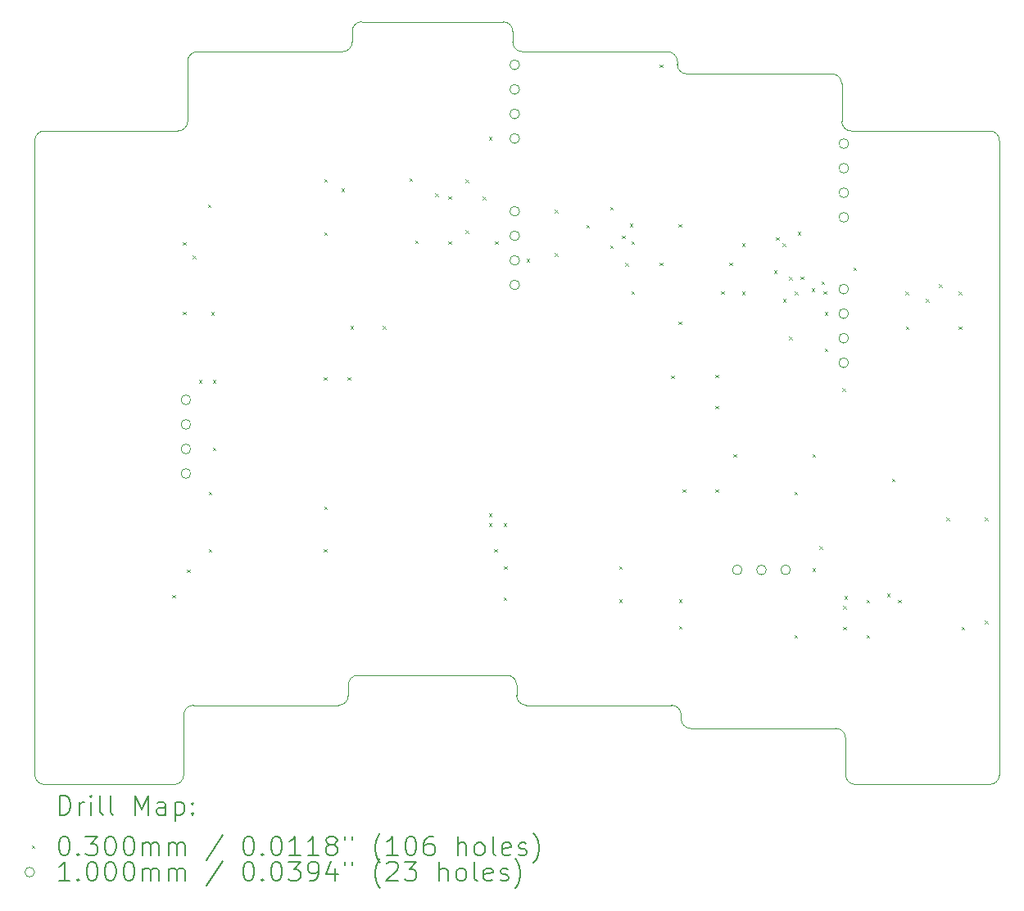
<source format=gbr>
%TF.GenerationSoftware,KiCad,Pcbnew,9.0.0*%
%TF.CreationDate,2025-03-30T21:57:49+09:00*%
%TF.ProjectId,nofy,6e6f6679-2e6b-4696-9361-645f70636258,rev?*%
%TF.SameCoordinates,Original*%
%TF.FileFunction,Drillmap*%
%TF.FilePolarity,Positive*%
%FSLAX45Y45*%
G04 Gerber Fmt 4.5, Leading zero omitted, Abs format (unit mm)*
G04 Created by KiCad (PCBNEW 9.0.0) date 2025-03-30 21:57:49*
%MOMM*%
%LPD*%
G01*
G04 APERTURE LIST*
%ADD10C,0.050000*%
%ADD11C,0.200000*%
%ADD12C,0.100000*%
G04 APERTURE END LIST*
D10*
X6810000Y-2180000D02*
G75*
G02*
X6710000Y-2080000I0J100000D01*
G01*
X8510000Y-2410000D02*
X10010000Y-2410000D01*
X6710000Y-1970000D02*
X6710000Y-2080000D01*
X1870000Y-3000000D02*
X3250000Y-2999999D01*
X1770000Y-3100000D02*
G75*
G02*
X1870000Y-3000000I100000J0D01*
G01*
X10250000Y-9760000D02*
G75*
G02*
X10150000Y-9660000I0J100000D01*
G01*
X1770000Y-9660000D02*
X1770000Y-3100000D01*
X5050000Y-2080000D02*
G75*
G02*
X4950000Y-2180000I-100000J0D01*
G01*
X11640000Y-3000000D02*
X10210000Y-3000000D01*
X3350000Y-2899999D02*
X3350000Y-2280000D01*
X6610000Y-1870000D02*
G75*
G02*
X6710000Y-1970000I0J-100000D01*
G01*
X11740000Y-3100000D02*
X11740000Y-9660000D01*
X8350000Y-8940000D02*
G75*
G02*
X8450000Y-9040000I0J-100000D01*
G01*
X5010000Y-8730000D02*
X5010000Y-8840000D01*
X5050000Y-2080000D02*
X5050000Y-1970000D01*
X5010000Y-8840000D02*
G75*
G02*
X4910000Y-8940000I-100000J0D01*
G01*
X8350000Y-8940000D02*
X6850000Y-8940000D01*
X8410000Y-2280000D02*
X8410000Y-2310000D01*
X5050000Y-1970000D02*
G75*
G02*
X5150000Y-1870000I100000J0D01*
G01*
X10110000Y-2510000D02*
X10110000Y-2899625D01*
X1870000Y-9760000D02*
G75*
G02*
X1770000Y-9660000I0J100000D01*
G01*
X6850000Y-8940000D02*
G75*
G02*
X6750000Y-8840000I0J100000D01*
G01*
X6650000Y-8630000D02*
X5110000Y-8630000D01*
X10050000Y-9180000D02*
G75*
G02*
X10150000Y-9280000I0J-100000D01*
G01*
X10210000Y-3000000D02*
G75*
G02*
X10110000Y-2900000I0J100000D01*
G01*
X6810000Y-2180000D02*
X8310000Y-2180000D01*
X8510000Y-2410000D02*
G75*
G02*
X8410000Y-2310000I0J100000D01*
G01*
X11640000Y-9760000D02*
X10250000Y-9760000D01*
X8550000Y-9180000D02*
G75*
G02*
X8450000Y-9080000I0J100000D01*
G01*
X3310000Y-9040000D02*
G75*
G02*
X3410000Y-8940000I100000J0D01*
G01*
X3310000Y-9040000D02*
X3310000Y-9660000D01*
X5150000Y-1870000D02*
X6610000Y-1870000D01*
X3350000Y-2899999D02*
G75*
G02*
X3250000Y-3000000I-100000J-1D01*
G01*
X10050000Y-9180000D02*
X8550000Y-9180000D01*
X6750000Y-8840000D02*
X6750000Y-8730000D01*
X3310000Y-9660000D02*
G75*
G02*
X3210000Y-9760000I-100000J0D01*
G01*
X4910000Y-8940000D02*
X3410000Y-8940000D01*
X10010000Y-2410000D02*
G75*
G02*
X10110000Y-2510000I0J-100000D01*
G01*
X8450000Y-9080000D02*
X8450000Y-9040000D01*
X5010000Y-8730000D02*
G75*
G02*
X5110000Y-8630000I100000J0D01*
G01*
X6650000Y-8630000D02*
G75*
G02*
X6750000Y-8730000I0J-100000D01*
G01*
X3350000Y-2280000D02*
G75*
G02*
X3450000Y-2180000I100000J0D01*
G01*
X8310000Y-2180000D02*
G75*
G02*
X8410000Y-2280000I0J-100000D01*
G01*
X10150000Y-9660000D02*
X10150000Y-9280000D01*
X3210000Y-9760000D02*
X1870000Y-9760000D01*
X3450000Y-2180000D02*
X4950000Y-2180000D01*
X11640000Y-3000000D02*
G75*
G02*
X11740000Y-3100000I0J-100000D01*
G01*
X11740000Y-9660000D02*
G75*
G02*
X11640000Y-9760000I-100000J0D01*
G01*
D11*
D12*
X3190000Y-7800000D02*
X3220000Y-7830000D01*
X3220000Y-7800000D02*
X3190000Y-7830000D01*
X3300000Y-4150000D02*
X3330000Y-4180000D01*
X3330000Y-4150000D02*
X3300000Y-4180000D01*
X3300000Y-4870000D02*
X3330000Y-4900000D01*
X3330000Y-4870000D02*
X3300000Y-4900000D01*
X3345000Y-7535000D02*
X3375000Y-7565000D01*
X3375000Y-7535000D02*
X3345000Y-7565000D01*
X3401890Y-4287250D02*
X3431890Y-4317250D01*
X3431890Y-4287250D02*
X3401890Y-4317250D01*
X3401890Y-4287250D02*
X3431890Y-4317250D01*
X3431890Y-4287250D02*
X3401890Y-4317250D01*
X3464820Y-5575590D02*
X3494820Y-5605590D01*
X3494820Y-5575590D02*
X3464820Y-5605590D01*
X3560000Y-3760000D02*
X3590000Y-3790000D01*
X3590000Y-3760000D02*
X3560000Y-3790000D01*
X3567960Y-6732280D02*
X3597960Y-6762280D01*
X3597960Y-6732280D02*
X3567960Y-6762280D01*
X3567960Y-7325000D02*
X3597960Y-7355000D01*
X3597960Y-7325000D02*
X3567960Y-7355000D01*
X3593390Y-4875000D02*
X3623390Y-4905000D01*
X3623390Y-4875000D02*
X3593390Y-4905000D01*
X3607970Y-5575590D02*
X3637970Y-5605590D01*
X3637970Y-5575590D02*
X3607970Y-5605590D01*
X3607970Y-6273500D02*
X3637970Y-6303500D01*
X3637970Y-6273500D02*
X3607970Y-6303500D01*
X4756840Y-5547440D02*
X4786840Y-5577440D01*
X4786840Y-5547440D02*
X4756840Y-5577440D01*
X4756840Y-7324700D02*
X4786840Y-7354700D01*
X4786840Y-7324700D02*
X4756840Y-7354700D01*
X4760000Y-3496430D02*
X4790000Y-3526430D01*
X4790000Y-3496430D02*
X4760000Y-3526430D01*
X4760000Y-4049070D02*
X4790000Y-4079070D01*
X4790000Y-4049070D02*
X4760000Y-4079070D01*
X4762350Y-6885670D02*
X4792350Y-6915670D01*
X4792350Y-6885670D02*
X4762350Y-6915670D01*
X4940000Y-3595000D02*
X4970000Y-3625000D01*
X4970000Y-3595000D02*
X4940000Y-3625000D01*
X5000000Y-5547440D02*
X5030000Y-5577440D01*
X5030000Y-5547440D02*
X5000000Y-5577440D01*
X5030000Y-5016560D02*
X5060000Y-5046560D01*
X5060000Y-5016560D02*
X5030000Y-5046560D01*
X5365880Y-5016560D02*
X5395880Y-5046560D01*
X5395880Y-5016560D02*
X5365880Y-5046560D01*
X5640920Y-3490330D02*
X5670920Y-3520330D01*
X5670920Y-3490330D02*
X5640920Y-3520330D01*
X5701110Y-4132810D02*
X5731110Y-4162810D01*
X5731110Y-4132810D02*
X5701110Y-4162810D01*
X5906410Y-3643430D02*
X5936410Y-3673430D01*
X5936410Y-3643430D02*
X5906410Y-3673430D01*
X6042030Y-3674790D02*
X6072030Y-3704790D01*
X6072030Y-3674790D02*
X6042030Y-3704790D01*
X6045000Y-4142380D02*
X6075000Y-4172380D01*
X6075000Y-4142380D02*
X6045000Y-4172380D01*
X6220000Y-3500880D02*
X6250000Y-3530880D01*
X6250000Y-3500880D02*
X6220000Y-3530880D01*
X6220000Y-4027760D02*
X6250000Y-4057760D01*
X6250000Y-4027760D02*
X6220000Y-4057760D01*
X6400170Y-3680000D02*
X6430170Y-3710000D01*
X6430170Y-3680000D02*
X6400170Y-3710000D01*
X6463120Y-3063000D02*
X6493120Y-3093000D01*
X6493120Y-3063000D02*
X6463120Y-3093000D01*
X6463120Y-6954340D02*
X6493120Y-6984340D01*
X6493120Y-6954340D02*
X6463120Y-6984340D01*
X6463120Y-7058300D02*
X6493120Y-7088300D01*
X6493120Y-7058300D02*
X6463120Y-7088300D01*
X6516750Y-7324700D02*
X6546750Y-7354700D01*
X6546750Y-7324700D02*
X6516750Y-7354700D01*
X6524720Y-4142380D02*
X6554720Y-4172380D01*
X6554720Y-4142380D02*
X6524720Y-4172380D01*
X6615000Y-7058300D02*
X6645000Y-7088300D01*
X6645000Y-7058300D02*
X6615000Y-7088300D01*
X6615000Y-7824570D02*
X6645000Y-7854570D01*
X6645000Y-7824570D02*
X6615000Y-7854570D01*
X6621610Y-7502890D02*
X6651610Y-7532890D01*
X6651610Y-7502890D02*
X6621610Y-7532890D01*
X6850460Y-4324020D02*
X6880460Y-4354020D01*
X6880460Y-4324020D02*
X6850460Y-4354020D01*
X7143000Y-3812370D02*
X7173000Y-3842370D01*
X7173000Y-3812370D02*
X7143000Y-3842370D01*
X7143000Y-4263850D02*
X7173000Y-4293850D01*
X7173000Y-4263850D02*
X7143000Y-4293850D01*
X7470170Y-3972890D02*
X7500170Y-4002890D01*
X7500170Y-3972890D02*
X7470170Y-4002890D01*
X7716010Y-4184670D02*
X7746010Y-4214670D01*
X7746010Y-4184670D02*
X7716010Y-4214670D01*
X7717330Y-3785960D02*
X7747330Y-3815960D01*
X7747330Y-3785960D02*
X7717330Y-3815960D01*
X7807660Y-7502890D02*
X7837660Y-7532890D01*
X7837660Y-7502890D02*
X7807660Y-7532890D01*
X7807660Y-7843760D02*
X7837660Y-7873760D01*
X7837660Y-7843760D02*
X7807660Y-7873760D01*
X7836840Y-4081660D02*
X7866840Y-4111660D01*
X7866840Y-4081660D02*
X7836840Y-4111660D01*
X7874330Y-4365660D02*
X7904330Y-4395660D01*
X7904330Y-4365660D02*
X7874330Y-4395660D01*
X7920000Y-3957430D02*
X7950000Y-3987430D01*
X7950000Y-3957430D02*
X7920000Y-3987430D01*
X7935990Y-4141830D02*
X7965990Y-4171830D01*
X7965990Y-4141830D02*
X7935990Y-4171830D01*
X7935990Y-4658810D02*
X7965990Y-4688810D01*
X7965990Y-4658810D02*
X7935990Y-4688810D01*
X8230320Y-2312110D02*
X8260320Y-2342110D01*
X8260320Y-2312110D02*
X8230320Y-2342110D01*
X8230320Y-4361000D02*
X8260320Y-4391000D01*
X8260320Y-4361000D02*
X8230320Y-4391000D01*
X8345870Y-5530510D02*
X8375870Y-5560510D01*
X8375870Y-5530510D02*
X8345870Y-5560510D01*
X8422850Y-3963770D02*
X8452850Y-3993770D01*
X8452850Y-3963770D02*
X8422850Y-3993770D01*
X8422850Y-4971030D02*
X8452850Y-5001030D01*
X8452850Y-4971030D02*
X8422850Y-5001030D01*
X8426110Y-7843760D02*
X8456110Y-7873760D01*
X8456110Y-7843760D02*
X8426110Y-7873760D01*
X8427440Y-8121860D02*
X8457440Y-8151860D01*
X8457440Y-8121860D02*
X8427440Y-8151860D01*
X8467230Y-6707090D02*
X8497230Y-6737090D01*
X8497230Y-6707090D02*
X8467230Y-6737090D01*
X8804160Y-5520730D02*
X8834160Y-5550730D01*
X8834160Y-5520730D02*
X8804160Y-5550730D01*
X8804160Y-5843650D02*
X8834160Y-5873650D01*
X8834160Y-5843650D02*
X8804160Y-5873650D01*
X8804160Y-6707090D02*
X8834160Y-6737090D01*
X8834160Y-6707090D02*
X8804160Y-6737090D01*
X8862540Y-4658810D02*
X8892540Y-4688810D01*
X8892540Y-4658810D02*
X8862540Y-4688810D01*
X8949960Y-4361000D02*
X8979960Y-4391000D01*
X8979960Y-4361000D02*
X8949960Y-4391000D01*
X8991760Y-6341480D02*
X9021760Y-6371480D01*
X9021760Y-6341480D02*
X8991760Y-6371480D01*
X9079690Y-4661700D02*
X9109690Y-4691700D01*
X9109690Y-4661700D02*
X9079690Y-4691700D01*
X9080000Y-4159770D02*
X9110000Y-4189770D01*
X9110000Y-4159770D02*
X9080000Y-4189770D01*
X9407510Y-4440800D02*
X9437510Y-4470800D01*
X9437510Y-4440800D02*
X9407510Y-4470800D01*
X9429620Y-4099590D02*
X9459620Y-4129590D01*
X9459620Y-4099590D02*
X9429620Y-4129590D01*
X9497120Y-4159770D02*
X9527120Y-4189770D01*
X9527120Y-4159770D02*
X9497120Y-4189770D01*
X9503120Y-4738660D02*
X9533120Y-4768660D01*
X9533120Y-4738660D02*
X9503120Y-4768660D01*
X9563830Y-4509100D02*
X9593830Y-4539100D01*
X9593830Y-4509100D02*
X9563830Y-4539100D01*
X9563830Y-5129000D02*
X9593830Y-5159000D01*
X9593830Y-5129000D02*
X9563830Y-5159000D01*
X9620000Y-6732280D02*
X9650000Y-6762280D01*
X9650000Y-6732280D02*
X9620000Y-6762280D01*
X9620000Y-8213330D02*
X9650000Y-8243330D01*
X9650000Y-8213330D02*
X9620000Y-8243330D01*
X9625090Y-4661700D02*
X9655090Y-4691700D01*
X9655090Y-4661700D02*
X9625090Y-4691700D01*
X9652970Y-4042330D02*
X9682970Y-4072330D01*
X9682970Y-4042330D02*
X9652970Y-4072330D01*
X9683590Y-4503420D02*
X9713590Y-4533420D01*
X9713590Y-4503420D02*
X9683590Y-4533420D01*
X9800500Y-4627350D02*
X9830500Y-4657350D01*
X9830500Y-4627350D02*
X9800500Y-4657350D01*
X9806630Y-6341480D02*
X9836630Y-6371480D01*
X9836630Y-6341480D02*
X9806630Y-6371480D01*
X9806630Y-7525000D02*
X9836630Y-7555000D01*
X9836630Y-7525000D02*
X9806630Y-7555000D01*
X9877780Y-7293300D02*
X9907780Y-7323300D01*
X9907780Y-7293300D02*
X9877780Y-7323300D01*
X9902090Y-4556690D02*
X9932090Y-4586690D01*
X9932090Y-4556690D02*
X9902090Y-4586690D01*
X9919290Y-4658970D02*
X9949290Y-4688970D01*
X9949290Y-4658970D02*
X9919290Y-4688970D01*
X9933670Y-4875000D02*
X9963670Y-4905000D01*
X9963670Y-4875000D02*
X9933670Y-4905000D01*
X9933670Y-5251230D02*
X9963670Y-5281230D01*
X9963670Y-5251230D02*
X9933670Y-5281230D01*
X10115000Y-5659320D02*
X10145000Y-5689320D01*
X10145000Y-5659320D02*
X10115000Y-5689320D01*
X10125700Y-7910980D02*
X10155700Y-7940980D01*
X10155700Y-7910980D02*
X10125700Y-7940980D01*
X10125700Y-8128140D02*
X10155700Y-8158140D01*
X10155700Y-8128140D02*
X10125700Y-8158140D01*
X10136920Y-7810570D02*
X10166920Y-7840570D01*
X10166920Y-7810570D02*
X10136920Y-7840570D01*
X10231180Y-4410860D02*
X10261180Y-4440860D01*
X10261180Y-4410860D02*
X10231180Y-4440860D01*
X10364160Y-7849510D02*
X10394160Y-7879510D01*
X10394160Y-7849510D02*
X10364160Y-7879510D01*
X10364160Y-8213330D02*
X10394160Y-8243330D01*
X10394160Y-8213330D02*
X10364160Y-8243330D01*
X10579200Y-7786530D02*
X10609200Y-7816530D01*
X10609200Y-7786530D02*
X10579200Y-7816530D01*
X10630000Y-6595000D02*
X10660000Y-6625000D01*
X10660000Y-6595000D02*
X10630000Y-6625000D01*
X10694050Y-7849510D02*
X10724050Y-7879510D01*
X10724050Y-7849510D02*
X10694050Y-7879510D01*
X10770000Y-4660410D02*
X10800000Y-4690410D01*
X10800000Y-4660410D02*
X10770000Y-4690410D01*
X10772660Y-5020000D02*
X10802660Y-5050000D01*
X10802660Y-5020000D02*
X10772660Y-5050000D01*
X10978190Y-4738660D02*
X11008190Y-4768660D01*
X11008190Y-4738660D02*
X10978190Y-4768660D01*
X11115000Y-4586100D02*
X11145000Y-4616100D01*
X11145000Y-4586100D02*
X11115000Y-4616100D01*
X11191740Y-6999620D02*
X11221740Y-7029620D01*
X11221740Y-6999620D02*
X11191740Y-7029620D01*
X11320000Y-4660410D02*
X11350000Y-4690410D01*
X11350000Y-4660410D02*
X11320000Y-4690410D01*
X11320000Y-5020000D02*
X11350000Y-5050000D01*
X11350000Y-5020000D02*
X11320000Y-5050000D01*
X11346200Y-8128140D02*
X11376200Y-8158140D01*
X11376200Y-8128140D02*
X11346200Y-8158140D01*
X11588180Y-6999620D02*
X11618180Y-7029620D01*
X11618180Y-6999620D02*
X11588180Y-7029620D01*
X11588180Y-8062950D02*
X11618180Y-8092950D01*
X11618180Y-8062950D02*
X11588180Y-8092950D01*
X3381500Y-5780500D02*
G75*
G02*
X3281500Y-5780500I-50000J0D01*
G01*
X3281500Y-5780500D02*
G75*
G02*
X3381500Y-5780500I50000J0D01*
G01*
X3381500Y-6034500D02*
G75*
G02*
X3281500Y-6034500I-50000J0D01*
G01*
X3281500Y-6034500D02*
G75*
G02*
X3381500Y-6034500I50000J0D01*
G01*
X3381500Y-6288500D02*
G75*
G02*
X3281500Y-6288500I-50000J0D01*
G01*
X3281500Y-6288500D02*
G75*
G02*
X3381500Y-6288500I50000J0D01*
G01*
X3381500Y-6542500D02*
G75*
G02*
X3281500Y-6542500I-50000J0D01*
G01*
X3281500Y-6542500D02*
G75*
G02*
X3381500Y-6542500I50000J0D01*
G01*
X6780000Y-2316000D02*
G75*
G02*
X6680000Y-2316000I-50000J0D01*
G01*
X6680000Y-2316000D02*
G75*
G02*
X6780000Y-2316000I50000J0D01*
G01*
X6780000Y-2570000D02*
G75*
G02*
X6680000Y-2570000I-50000J0D01*
G01*
X6680000Y-2570000D02*
G75*
G02*
X6780000Y-2570000I50000J0D01*
G01*
X6780000Y-2824000D02*
G75*
G02*
X6680000Y-2824000I-50000J0D01*
G01*
X6680000Y-2824000D02*
G75*
G02*
X6780000Y-2824000I50000J0D01*
G01*
X6780000Y-3078000D02*
G75*
G02*
X6680000Y-3078000I-50000J0D01*
G01*
X6680000Y-3078000D02*
G75*
G02*
X6780000Y-3078000I50000J0D01*
G01*
X6780000Y-3830500D02*
G75*
G02*
X6680000Y-3830500I-50000J0D01*
G01*
X6680000Y-3830500D02*
G75*
G02*
X6780000Y-3830500I50000J0D01*
G01*
X6780000Y-4084500D02*
G75*
G02*
X6680000Y-4084500I-50000J0D01*
G01*
X6680000Y-4084500D02*
G75*
G02*
X6780000Y-4084500I50000J0D01*
G01*
X6780000Y-4338500D02*
G75*
G02*
X6680000Y-4338500I-50000J0D01*
G01*
X6680000Y-4338500D02*
G75*
G02*
X6780000Y-4338500I50000J0D01*
G01*
X6780000Y-4592500D02*
G75*
G02*
X6680000Y-4592500I-50000J0D01*
G01*
X6680000Y-4592500D02*
G75*
G02*
X6780000Y-4592500I50000J0D01*
G01*
X9080000Y-7540000D02*
G75*
G02*
X8980000Y-7540000I-50000J0D01*
G01*
X8980000Y-7540000D02*
G75*
G02*
X9080000Y-7540000I50000J0D01*
G01*
X9330000Y-7540000D02*
G75*
G02*
X9230000Y-7540000I-50000J0D01*
G01*
X9230000Y-7540000D02*
G75*
G02*
X9330000Y-7540000I50000J0D01*
G01*
X9580000Y-7540000D02*
G75*
G02*
X9480000Y-7540000I-50000J0D01*
G01*
X9480000Y-7540000D02*
G75*
G02*
X9580000Y-7540000I50000J0D01*
G01*
X10180000Y-4636000D02*
G75*
G02*
X10080000Y-4636000I-50000J0D01*
G01*
X10080000Y-4636000D02*
G75*
G02*
X10180000Y-4636000I50000J0D01*
G01*
X10180000Y-4890000D02*
G75*
G02*
X10080000Y-4890000I-50000J0D01*
G01*
X10080000Y-4890000D02*
G75*
G02*
X10180000Y-4890000I50000J0D01*
G01*
X10180000Y-5144000D02*
G75*
G02*
X10080000Y-5144000I-50000J0D01*
G01*
X10080000Y-5144000D02*
G75*
G02*
X10180000Y-5144000I50000J0D01*
G01*
X10180000Y-5398000D02*
G75*
G02*
X10080000Y-5398000I-50000J0D01*
G01*
X10080000Y-5398000D02*
G75*
G02*
X10180000Y-5398000I50000J0D01*
G01*
X10181500Y-3130500D02*
G75*
G02*
X10081500Y-3130500I-50000J0D01*
G01*
X10081500Y-3130500D02*
G75*
G02*
X10181500Y-3130500I50000J0D01*
G01*
X10181500Y-3384500D02*
G75*
G02*
X10081500Y-3384500I-50000J0D01*
G01*
X10081500Y-3384500D02*
G75*
G02*
X10181500Y-3384500I50000J0D01*
G01*
X10181500Y-3638500D02*
G75*
G02*
X10081500Y-3638500I-50000J0D01*
G01*
X10081500Y-3638500D02*
G75*
G02*
X10181500Y-3638500I50000J0D01*
G01*
X10181500Y-3892500D02*
G75*
G02*
X10081500Y-3892500I-50000J0D01*
G01*
X10081500Y-3892500D02*
G75*
G02*
X10181500Y-3892500I50000J0D01*
G01*
D11*
X2028277Y-10073984D02*
X2028277Y-9873984D01*
X2028277Y-9873984D02*
X2075896Y-9873984D01*
X2075896Y-9873984D02*
X2104467Y-9883508D01*
X2104467Y-9883508D02*
X2123515Y-9902555D01*
X2123515Y-9902555D02*
X2133039Y-9921603D01*
X2133039Y-9921603D02*
X2142563Y-9959698D01*
X2142563Y-9959698D02*
X2142563Y-9988270D01*
X2142563Y-9988270D02*
X2133039Y-10026365D01*
X2133039Y-10026365D02*
X2123515Y-10045412D01*
X2123515Y-10045412D02*
X2104467Y-10064460D01*
X2104467Y-10064460D02*
X2075896Y-10073984D01*
X2075896Y-10073984D02*
X2028277Y-10073984D01*
X2228277Y-10073984D02*
X2228277Y-9940650D01*
X2228277Y-9978746D02*
X2237801Y-9959698D01*
X2237801Y-9959698D02*
X2247324Y-9950174D01*
X2247324Y-9950174D02*
X2266372Y-9940650D01*
X2266372Y-9940650D02*
X2285420Y-9940650D01*
X2352086Y-10073984D02*
X2352086Y-9940650D01*
X2352086Y-9873984D02*
X2342563Y-9883508D01*
X2342563Y-9883508D02*
X2352086Y-9893031D01*
X2352086Y-9893031D02*
X2361610Y-9883508D01*
X2361610Y-9883508D02*
X2352086Y-9873984D01*
X2352086Y-9873984D02*
X2352086Y-9893031D01*
X2475896Y-10073984D02*
X2456848Y-10064460D01*
X2456848Y-10064460D02*
X2447324Y-10045412D01*
X2447324Y-10045412D02*
X2447324Y-9873984D01*
X2580658Y-10073984D02*
X2561610Y-10064460D01*
X2561610Y-10064460D02*
X2552086Y-10045412D01*
X2552086Y-10045412D02*
X2552086Y-9873984D01*
X2809229Y-10073984D02*
X2809229Y-9873984D01*
X2809229Y-9873984D02*
X2875896Y-10016841D01*
X2875896Y-10016841D02*
X2942562Y-9873984D01*
X2942562Y-9873984D02*
X2942562Y-10073984D01*
X3123515Y-10073984D02*
X3123515Y-9969222D01*
X3123515Y-9969222D02*
X3113991Y-9950174D01*
X3113991Y-9950174D02*
X3094943Y-9940650D01*
X3094943Y-9940650D02*
X3056848Y-9940650D01*
X3056848Y-9940650D02*
X3037801Y-9950174D01*
X3123515Y-10064460D02*
X3104467Y-10073984D01*
X3104467Y-10073984D02*
X3056848Y-10073984D01*
X3056848Y-10073984D02*
X3037801Y-10064460D01*
X3037801Y-10064460D02*
X3028277Y-10045412D01*
X3028277Y-10045412D02*
X3028277Y-10026365D01*
X3028277Y-10026365D02*
X3037801Y-10007317D01*
X3037801Y-10007317D02*
X3056848Y-9997793D01*
X3056848Y-9997793D02*
X3104467Y-9997793D01*
X3104467Y-9997793D02*
X3123515Y-9988270D01*
X3218753Y-9940650D02*
X3218753Y-10140650D01*
X3218753Y-9950174D02*
X3237801Y-9940650D01*
X3237801Y-9940650D02*
X3275896Y-9940650D01*
X3275896Y-9940650D02*
X3294943Y-9950174D01*
X3294943Y-9950174D02*
X3304467Y-9959698D01*
X3304467Y-9959698D02*
X3313991Y-9978746D01*
X3313991Y-9978746D02*
X3313991Y-10035889D01*
X3313991Y-10035889D02*
X3304467Y-10054936D01*
X3304467Y-10054936D02*
X3294943Y-10064460D01*
X3294943Y-10064460D02*
X3275896Y-10073984D01*
X3275896Y-10073984D02*
X3237801Y-10073984D01*
X3237801Y-10073984D02*
X3218753Y-10064460D01*
X3399705Y-10054936D02*
X3409229Y-10064460D01*
X3409229Y-10064460D02*
X3399705Y-10073984D01*
X3399705Y-10073984D02*
X3390182Y-10064460D01*
X3390182Y-10064460D02*
X3399705Y-10054936D01*
X3399705Y-10054936D02*
X3399705Y-10073984D01*
X3399705Y-9950174D02*
X3409229Y-9959698D01*
X3409229Y-9959698D02*
X3399705Y-9969222D01*
X3399705Y-9969222D02*
X3390182Y-9959698D01*
X3390182Y-9959698D02*
X3399705Y-9950174D01*
X3399705Y-9950174D02*
X3399705Y-9969222D01*
D12*
X1737500Y-10387500D02*
X1767500Y-10417500D01*
X1767500Y-10387500D02*
X1737500Y-10417500D01*
D11*
X2066372Y-10293984D02*
X2085420Y-10293984D01*
X2085420Y-10293984D02*
X2104467Y-10303508D01*
X2104467Y-10303508D02*
X2113991Y-10313031D01*
X2113991Y-10313031D02*
X2123515Y-10332079D01*
X2123515Y-10332079D02*
X2133039Y-10370174D01*
X2133039Y-10370174D02*
X2133039Y-10417793D01*
X2133039Y-10417793D02*
X2123515Y-10455889D01*
X2123515Y-10455889D02*
X2113991Y-10474936D01*
X2113991Y-10474936D02*
X2104467Y-10484460D01*
X2104467Y-10484460D02*
X2085420Y-10493984D01*
X2085420Y-10493984D02*
X2066372Y-10493984D01*
X2066372Y-10493984D02*
X2047324Y-10484460D01*
X2047324Y-10484460D02*
X2037801Y-10474936D01*
X2037801Y-10474936D02*
X2028277Y-10455889D01*
X2028277Y-10455889D02*
X2018753Y-10417793D01*
X2018753Y-10417793D02*
X2018753Y-10370174D01*
X2018753Y-10370174D02*
X2028277Y-10332079D01*
X2028277Y-10332079D02*
X2037801Y-10313031D01*
X2037801Y-10313031D02*
X2047324Y-10303508D01*
X2047324Y-10303508D02*
X2066372Y-10293984D01*
X2218753Y-10474936D02*
X2228277Y-10484460D01*
X2228277Y-10484460D02*
X2218753Y-10493984D01*
X2218753Y-10493984D02*
X2209229Y-10484460D01*
X2209229Y-10484460D02*
X2218753Y-10474936D01*
X2218753Y-10474936D02*
X2218753Y-10493984D01*
X2294944Y-10293984D02*
X2418753Y-10293984D01*
X2418753Y-10293984D02*
X2352086Y-10370174D01*
X2352086Y-10370174D02*
X2380658Y-10370174D01*
X2380658Y-10370174D02*
X2399705Y-10379698D01*
X2399705Y-10379698D02*
X2409229Y-10389222D01*
X2409229Y-10389222D02*
X2418753Y-10408270D01*
X2418753Y-10408270D02*
X2418753Y-10455889D01*
X2418753Y-10455889D02*
X2409229Y-10474936D01*
X2409229Y-10474936D02*
X2399705Y-10484460D01*
X2399705Y-10484460D02*
X2380658Y-10493984D01*
X2380658Y-10493984D02*
X2323515Y-10493984D01*
X2323515Y-10493984D02*
X2304467Y-10484460D01*
X2304467Y-10484460D02*
X2294944Y-10474936D01*
X2542563Y-10293984D02*
X2561610Y-10293984D01*
X2561610Y-10293984D02*
X2580658Y-10303508D01*
X2580658Y-10303508D02*
X2590182Y-10313031D01*
X2590182Y-10313031D02*
X2599705Y-10332079D01*
X2599705Y-10332079D02*
X2609229Y-10370174D01*
X2609229Y-10370174D02*
X2609229Y-10417793D01*
X2609229Y-10417793D02*
X2599705Y-10455889D01*
X2599705Y-10455889D02*
X2590182Y-10474936D01*
X2590182Y-10474936D02*
X2580658Y-10484460D01*
X2580658Y-10484460D02*
X2561610Y-10493984D01*
X2561610Y-10493984D02*
X2542563Y-10493984D01*
X2542563Y-10493984D02*
X2523515Y-10484460D01*
X2523515Y-10484460D02*
X2513991Y-10474936D01*
X2513991Y-10474936D02*
X2504467Y-10455889D01*
X2504467Y-10455889D02*
X2494944Y-10417793D01*
X2494944Y-10417793D02*
X2494944Y-10370174D01*
X2494944Y-10370174D02*
X2504467Y-10332079D01*
X2504467Y-10332079D02*
X2513991Y-10313031D01*
X2513991Y-10313031D02*
X2523515Y-10303508D01*
X2523515Y-10303508D02*
X2542563Y-10293984D01*
X2733039Y-10293984D02*
X2752086Y-10293984D01*
X2752086Y-10293984D02*
X2771134Y-10303508D01*
X2771134Y-10303508D02*
X2780658Y-10313031D01*
X2780658Y-10313031D02*
X2790182Y-10332079D01*
X2790182Y-10332079D02*
X2799705Y-10370174D01*
X2799705Y-10370174D02*
X2799705Y-10417793D01*
X2799705Y-10417793D02*
X2790182Y-10455889D01*
X2790182Y-10455889D02*
X2780658Y-10474936D01*
X2780658Y-10474936D02*
X2771134Y-10484460D01*
X2771134Y-10484460D02*
X2752086Y-10493984D01*
X2752086Y-10493984D02*
X2733039Y-10493984D01*
X2733039Y-10493984D02*
X2713991Y-10484460D01*
X2713991Y-10484460D02*
X2704467Y-10474936D01*
X2704467Y-10474936D02*
X2694944Y-10455889D01*
X2694944Y-10455889D02*
X2685420Y-10417793D01*
X2685420Y-10417793D02*
X2685420Y-10370174D01*
X2685420Y-10370174D02*
X2694944Y-10332079D01*
X2694944Y-10332079D02*
X2704467Y-10313031D01*
X2704467Y-10313031D02*
X2713991Y-10303508D01*
X2713991Y-10303508D02*
X2733039Y-10293984D01*
X2885420Y-10493984D02*
X2885420Y-10360650D01*
X2885420Y-10379698D02*
X2894943Y-10370174D01*
X2894943Y-10370174D02*
X2913991Y-10360650D01*
X2913991Y-10360650D02*
X2942563Y-10360650D01*
X2942563Y-10360650D02*
X2961610Y-10370174D01*
X2961610Y-10370174D02*
X2971134Y-10389222D01*
X2971134Y-10389222D02*
X2971134Y-10493984D01*
X2971134Y-10389222D02*
X2980658Y-10370174D01*
X2980658Y-10370174D02*
X2999705Y-10360650D01*
X2999705Y-10360650D02*
X3028277Y-10360650D01*
X3028277Y-10360650D02*
X3047324Y-10370174D01*
X3047324Y-10370174D02*
X3056848Y-10389222D01*
X3056848Y-10389222D02*
X3056848Y-10493984D01*
X3152086Y-10493984D02*
X3152086Y-10360650D01*
X3152086Y-10379698D02*
X3161610Y-10370174D01*
X3161610Y-10370174D02*
X3180658Y-10360650D01*
X3180658Y-10360650D02*
X3209229Y-10360650D01*
X3209229Y-10360650D02*
X3228277Y-10370174D01*
X3228277Y-10370174D02*
X3237801Y-10389222D01*
X3237801Y-10389222D02*
X3237801Y-10493984D01*
X3237801Y-10389222D02*
X3247324Y-10370174D01*
X3247324Y-10370174D02*
X3266372Y-10360650D01*
X3266372Y-10360650D02*
X3294943Y-10360650D01*
X3294943Y-10360650D02*
X3313991Y-10370174D01*
X3313991Y-10370174D02*
X3323515Y-10389222D01*
X3323515Y-10389222D02*
X3323515Y-10493984D01*
X3713991Y-10284460D02*
X3542563Y-10541603D01*
X3971134Y-10293984D02*
X3990182Y-10293984D01*
X3990182Y-10293984D02*
X4009229Y-10303508D01*
X4009229Y-10303508D02*
X4018753Y-10313031D01*
X4018753Y-10313031D02*
X4028277Y-10332079D01*
X4028277Y-10332079D02*
X4037801Y-10370174D01*
X4037801Y-10370174D02*
X4037801Y-10417793D01*
X4037801Y-10417793D02*
X4028277Y-10455889D01*
X4028277Y-10455889D02*
X4018753Y-10474936D01*
X4018753Y-10474936D02*
X4009229Y-10484460D01*
X4009229Y-10484460D02*
X3990182Y-10493984D01*
X3990182Y-10493984D02*
X3971134Y-10493984D01*
X3971134Y-10493984D02*
X3952086Y-10484460D01*
X3952086Y-10484460D02*
X3942563Y-10474936D01*
X3942563Y-10474936D02*
X3933039Y-10455889D01*
X3933039Y-10455889D02*
X3923515Y-10417793D01*
X3923515Y-10417793D02*
X3923515Y-10370174D01*
X3923515Y-10370174D02*
X3933039Y-10332079D01*
X3933039Y-10332079D02*
X3942563Y-10313031D01*
X3942563Y-10313031D02*
X3952086Y-10303508D01*
X3952086Y-10303508D02*
X3971134Y-10293984D01*
X4123515Y-10474936D02*
X4133039Y-10484460D01*
X4133039Y-10484460D02*
X4123515Y-10493984D01*
X4123515Y-10493984D02*
X4113991Y-10484460D01*
X4113991Y-10484460D02*
X4123515Y-10474936D01*
X4123515Y-10474936D02*
X4123515Y-10493984D01*
X4256848Y-10293984D02*
X4275896Y-10293984D01*
X4275896Y-10293984D02*
X4294944Y-10303508D01*
X4294944Y-10303508D02*
X4304468Y-10313031D01*
X4304468Y-10313031D02*
X4313991Y-10332079D01*
X4313991Y-10332079D02*
X4323515Y-10370174D01*
X4323515Y-10370174D02*
X4323515Y-10417793D01*
X4323515Y-10417793D02*
X4313991Y-10455889D01*
X4313991Y-10455889D02*
X4304468Y-10474936D01*
X4304468Y-10474936D02*
X4294944Y-10484460D01*
X4294944Y-10484460D02*
X4275896Y-10493984D01*
X4275896Y-10493984D02*
X4256848Y-10493984D01*
X4256848Y-10493984D02*
X4237801Y-10484460D01*
X4237801Y-10484460D02*
X4228277Y-10474936D01*
X4228277Y-10474936D02*
X4218753Y-10455889D01*
X4218753Y-10455889D02*
X4209229Y-10417793D01*
X4209229Y-10417793D02*
X4209229Y-10370174D01*
X4209229Y-10370174D02*
X4218753Y-10332079D01*
X4218753Y-10332079D02*
X4228277Y-10313031D01*
X4228277Y-10313031D02*
X4237801Y-10303508D01*
X4237801Y-10303508D02*
X4256848Y-10293984D01*
X4513991Y-10493984D02*
X4399706Y-10493984D01*
X4456848Y-10493984D02*
X4456848Y-10293984D01*
X4456848Y-10293984D02*
X4437801Y-10322555D01*
X4437801Y-10322555D02*
X4418753Y-10341603D01*
X4418753Y-10341603D02*
X4399706Y-10351127D01*
X4704468Y-10493984D02*
X4590182Y-10493984D01*
X4647325Y-10493984D02*
X4647325Y-10293984D01*
X4647325Y-10293984D02*
X4628277Y-10322555D01*
X4628277Y-10322555D02*
X4609229Y-10341603D01*
X4609229Y-10341603D02*
X4590182Y-10351127D01*
X4818753Y-10379698D02*
X4799706Y-10370174D01*
X4799706Y-10370174D02*
X4790182Y-10360650D01*
X4790182Y-10360650D02*
X4780658Y-10341603D01*
X4780658Y-10341603D02*
X4780658Y-10332079D01*
X4780658Y-10332079D02*
X4790182Y-10313031D01*
X4790182Y-10313031D02*
X4799706Y-10303508D01*
X4799706Y-10303508D02*
X4818753Y-10293984D01*
X4818753Y-10293984D02*
X4856849Y-10293984D01*
X4856849Y-10293984D02*
X4875896Y-10303508D01*
X4875896Y-10303508D02*
X4885420Y-10313031D01*
X4885420Y-10313031D02*
X4894944Y-10332079D01*
X4894944Y-10332079D02*
X4894944Y-10341603D01*
X4894944Y-10341603D02*
X4885420Y-10360650D01*
X4885420Y-10360650D02*
X4875896Y-10370174D01*
X4875896Y-10370174D02*
X4856849Y-10379698D01*
X4856849Y-10379698D02*
X4818753Y-10379698D01*
X4818753Y-10379698D02*
X4799706Y-10389222D01*
X4799706Y-10389222D02*
X4790182Y-10398746D01*
X4790182Y-10398746D02*
X4780658Y-10417793D01*
X4780658Y-10417793D02*
X4780658Y-10455889D01*
X4780658Y-10455889D02*
X4790182Y-10474936D01*
X4790182Y-10474936D02*
X4799706Y-10484460D01*
X4799706Y-10484460D02*
X4818753Y-10493984D01*
X4818753Y-10493984D02*
X4856849Y-10493984D01*
X4856849Y-10493984D02*
X4875896Y-10484460D01*
X4875896Y-10484460D02*
X4885420Y-10474936D01*
X4885420Y-10474936D02*
X4894944Y-10455889D01*
X4894944Y-10455889D02*
X4894944Y-10417793D01*
X4894944Y-10417793D02*
X4885420Y-10398746D01*
X4885420Y-10398746D02*
X4875896Y-10389222D01*
X4875896Y-10389222D02*
X4856849Y-10379698D01*
X4971134Y-10293984D02*
X4971134Y-10332079D01*
X5047325Y-10293984D02*
X5047325Y-10332079D01*
X5342563Y-10570174D02*
X5333039Y-10560650D01*
X5333039Y-10560650D02*
X5313991Y-10532079D01*
X5313991Y-10532079D02*
X5304468Y-10513031D01*
X5304468Y-10513031D02*
X5294944Y-10484460D01*
X5294944Y-10484460D02*
X5285420Y-10436841D01*
X5285420Y-10436841D02*
X5285420Y-10398746D01*
X5285420Y-10398746D02*
X5294944Y-10351127D01*
X5294944Y-10351127D02*
X5304468Y-10322555D01*
X5304468Y-10322555D02*
X5313991Y-10303508D01*
X5313991Y-10303508D02*
X5333039Y-10274936D01*
X5333039Y-10274936D02*
X5342563Y-10265412D01*
X5523515Y-10493984D02*
X5409230Y-10493984D01*
X5466372Y-10493984D02*
X5466372Y-10293984D01*
X5466372Y-10293984D02*
X5447325Y-10322555D01*
X5447325Y-10322555D02*
X5428277Y-10341603D01*
X5428277Y-10341603D02*
X5409230Y-10351127D01*
X5647325Y-10293984D02*
X5666372Y-10293984D01*
X5666372Y-10293984D02*
X5685420Y-10303508D01*
X5685420Y-10303508D02*
X5694944Y-10313031D01*
X5694944Y-10313031D02*
X5704468Y-10332079D01*
X5704468Y-10332079D02*
X5713991Y-10370174D01*
X5713991Y-10370174D02*
X5713991Y-10417793D01*
X5713991Y-10417793D02*
X5704468Y-10455889D01*
X5704468Y-10455889D02*
X5694944Y-10474936D01*
X5694944Y-10474936D02*
X5685420Y-10484460D01*
X5685420Y-10484460D02*
X5666372Y-10493984D01*
X5666372Y-10493984D02*
X5647325Y-10493984D01*
X5647325Y-10493984D02*
X5628277Y-10484460D01*
X5628277Y-10484460D02*
X5618753Y-10474936D01*
X5618753Y-10474936D02*
X5609229Y-10455889D01*
X5609229Y-10455889D02*
X5599706Y-10417793D01*
X5599706Y-10417793D02*
X5599706Y-10370174D01*
X5599706Y-10370174D02*
X5609229Y-10332079D01*
X5609229Y-10332079D02*
X5618753Y-10313031D01*
X5618753Y-10313031D02*
X5628277Y-10303508D01*
X5628277Y-10303508D02*
X5647325Y-10293984D01*
X5885420Y-10293984D02*
X5847325Y-10293984D01*
X5847325Y-10293984D02*
X5828277Y-10303508D01*
X5828277Y-10303508D02*
X5818753Y-10313031D01*
X5818753Y-10313031D02*
X5799706Y-10341603D01*
X5799706Y-10341603D02*
X5790182Y-10379698D01*
X5790182Y-10379698D02*
X5790182Y-10455889D01*
X5790182Y-10455889D02*
X5799706Y-10474936D01*
X5799706Y-10474936D02*
X5809229Y-10484460D01*
X5809229Y-10484460D02*
X5828277Y-10493984D01*
X5828277Y-10493984D02*
X5866372Y-10493984D01*
X5866372Y-10493984D02*
X5885420Y-10484460D01*
X5885420Y-10484460D02*
X5894944Y-10474936D01*
X5894944Y-10474936D02*
X5904468Y-10455889D01*
X5904468Y-10455889D02*
X5904468Y-10408270D01*
X5904468Y-10408270D02*
X5894944Y-10389222D01*
X5894944Y-10389222D02*
X5885420Y-10379698D01*
X5885420Y-10379698D02*
X5866372Y-10370174D01*
X5866372Y-10370174D02*
X5828277Y-10370174D01*
X5828277Y-10370174D02*
X5809229Y-10379698D01*
X5809229Y-10379698D02*
X5799706Y-10389222D01*
X5799706Y-10389222D02*
X5790182Y-10408270D01*
X6142563Y-10493984D02*
X6142563Y-10293984D01*
X6228277Y-10493984D02*
X6228277Y-10389222D01*
X6228277Y-10389222D02*
X6218753Y-10370174D01*
X6218753Y-10370174D02*
X6199706Y-10360650D01*
X6199706Y-10360650D02*
X6171134Y-10360650D01*
X6171134Y-10360650D02*
X6152087Y-10370174D01*
X6152087Y-10370174D02*
X6142563Y-10379698D01*
X6352087Y-10493984D02*
X6333039Y-10484460D01*
X6333039Y-10484460D02*
X6323515Y-10474936D01*
X6323515Y-10474936D02*
X6313991Y-10455889D01*
X6313991Y-10455889D02*
X6313991Y-10398746D01*
X6313991Y-10398746D02*
X6323515Y-10379698D01*
X6323515Y-10379698D02*
X6333039Y-10370174D01*
X6333039Y-10370174D02*
X6352087Y-10360650D01*
X6352087Y-10360650D02*
X6380658Y-10360650D01*
X6380658Y-10360650D02*
X6399706Y-10370174D01*
X6399706Y-10370174D02*
X6409230Y-10379698D01*
X6409230Y-10379698D02*
X6418753Y-10398746D01*
X6418753Y-10398746D02*
X6418753Y-10455889D01*
X6418753Y-10455889D02*
X6409230Y-10474936D01*
X6409230Y-10474936D02*
X6399706Y-10484460D01*
X6399706Y-10484460D02*
X6380658Y-10493984D01*
X6380658Y-10493984D02*
X6352087Y-10493984D01*
X6533039Y-10493984D02*
X6513991Y-10484460D01*
X6513991Y-10484460D02*
X6504468Y-10465412D01*
X6504468Y-10465412D02*
X6504468Y-10293984D01*
X6685420Y-10484460D02*
X6666372Y-10493984D01*
X6666372Y-10493984D02*
X6628277Y-10493984D01*
X6628277Y-10493984D02*
X6609230Y-10484460D01*
X6609230Y-10484460D02*
X6599706Y-10465412D01*
X6599706Y-10465412D02*
X6599706Y-10389222D01*
X6599706Y-10389222D02*
X6609230Y-10370174D01*
X6609230Y-10370174D02*
X6628277Y-10360650D01*
X6628277Y-10360650D02*
X6666372Y-10360650D01*
X6666372Y-10360650D02*
X6685420Y-10370174D01*
X6685420Y-10370174D02*
X6694944Y-10389222D01*
X6694944Y-10389222D02*
X6694944Y-10408270D01*
X6694944Y-10408270D02*
X6599706Y-10427317D01*
X6771134Y-10484460D02*
X6790182Y-10493984D01*
X6790182Y-10493984D02*
X6828277Y-10493984D01*
X6828277Y-10493984D02*
X6847325Y-10484460D01*
X6847325Y-10484460D02*
X6856849Y-10465412D01*
X6856849Y-10465412D02*
X6856849Y-10455889D01*
X6856849Y-10455889D02*
X6847325Y-10436841D01*
X6847325Y-10436841D02*
X6828277Y-10427317D01*
X6828277Y-10427317D02*
X6799706Y-10427317D01*
X6799706Y-10427317D02*
X6780658Y-10417793D01*
X6780658Y-10417793D02*
X6771134Y-10398746D01*
X6771134Y-10398746D02*
X6771134Y-10389222D01*
X6771134Y-10389222D02*
X6780658Y-10370174D01*
X6780658Y-10370174D02*
X6799706Y-10360650D01*
X6799706Y-10360650D02*
X6828277Y-10360650D01*
X6828277Y-10360650D02*
X6847325Y-10370174D01*
X6923515Y-10570174D02*
X6933039Y-10560650D01*
X6933039Y-10560650D02*
X6952087Y-10532079D01*
X6952087Y-10532079D02*
X6961611Y-10513031D01*
X6961611Y-10513031D02*
X6971134Y-10484460D01*
X6971134Y-10484460D02*
X6980658Y-10436841D01*
X6980658Y-10436841D02*
X6980658Y-10398746D01*
X6980658Y-10398746D02*
X6971134Y-10351127D01*
X6971134Y-10351127D02*
X6961611Y-10322555D01*
X6961611Y-10322555D02*
X6952087Y-10303508D01*
X6952087Y-10303508D02*
X6933039Y-10274936D01*
X6933039Y-10274936D02*
X6923515Y-10265412D01*
D12*
X1767500Y-10666500D02*
G75*
G02*
X1667500Y-10666500I-50000J0D01*
G01*
X1667500Y-10666500D02*
G75*
G02*
X1767500Y-10666500I50000J0D01*
G01*
D11*
X2133039Y-10757984D02*
X2018753Y-10757984D01*
X2075896Y-10757984D02*
X2075896Y-10557984D01*
X2075896Y-10557984D02*
X2056848Y-10586555D01*
X2056848Y-10586555D02*
X2037801Y-10605603D01*
X2037801Y-10605603D02*
X2018753Y-10615127D01*
X2218753Y-10738936D02*
X2228277Y-10748460D01*
X2228277Y-10748460D02*
X2218753Y-10757984D01*
X2218753Y-10757984D02*
X2209229Y-10748460D01*
X2209229Y-10748460D02*
X2218753Y-10738936D01*
X2218753Y-10738936D02*
X2218753Y-10757984D01*
X2352086Y-10557984D02*
X2371134Y-10557984D01*
X2371134Y-10557984D02*
X2390182Y-10567508D01*
X2390182Y-10567508D02*
X2399705Y-10577031D01*
X2399705Y-10577031D02*
X2409229Y-10596079D01*
X2409229Y-10596079D02*
X2418753Y-10634174D01*
X2418753Y-10634174D02*
X2418753Y-10681793D01*
X2418753Y-10681793D02*
X2409229Y-10719889D01*
X2409229Y-10719889D02*
X2399705Y-10738936D01*
X2399705Y-10738936D02*
X2390182Y-10748460D01*
X2390182Y-10748460D02*
X2371134Y-10757984D01*
X2371134Y-10757984D02*
X2352086Y-10757984D01*
X2352086Y-10757984D02*
X2333039Y-10748460D01*
X2333039Y-10748460D02*
X2323515Y-10738936D01*
X2323515Y-10738936D02*
X2313991Y-10719889D01*
X2313991Y-10719889D02*
X2304467Y-10681793D01*
X2304467Y-10681793D02*
X2304467Y-10634174D01*
X2304467Y-10634174D02*
X2313991Y-10596079D01*
X2313991Y-10596079D02*
X2323515Y-10577031D01*
X2323515Y-10577031D02*
X2333039Y-10567508D01*
X2333039Y-10567508D02*
X2352086Y-10557984D01*
X2542563Y-10557984D02*
X2561610Y-10557984D01*
X2561610Y-10557984D02*
X2580658Y-10567508D01*
X2580658Y-10567508D02*
X2590182Y-10577031D01*
X2590182Y-10577031D02*
X2599705Y-10596079D01*
X2599705Y-10596079D02*
X2609229Y-10634174D01*
X2609229Y-10634174D02*
X2609229Y-10681793D01*
X2609229Y-10681793D02*
X2599705Y-10719889D01*
X2599705Y-10719889D02*
X2590182Y-10738936D01*
X2590182Y-10738936D02*
X2580658Y-10748460D01*
X2580658Y-10748460D02*
X2561610Y-10757984D01*
X2561610Y-10757984D02*
X2542563Y-10757984D01*
X2542563Y-10757984D02*
X2523515Y-10748460D01*
X2523515Y-10748460D02*
X2513991Y-10738936D01*
X2513991Y-10738936D02*
X2504467Y-10719889D01*
X2504467Y-10719889D02*
X2494944Y-10681793D01*
X2494944Y-10681793D02*
X2494944Y-10634174D01*
X2494944Y-10634174D02*
X2504467Y-10596079D01*
X2504467Y-10596079D02*
X2513991Y-10577031D01*
X2513991Y-10577031D02*
X2523515Y-10567508D01*
X2523515Y-10567508D02*
X2542563Y-10557984D01*
X2733039Y-10557984D02*
X2752086Y-10557984D01*
X2752086Y-10557984D02*
X2771134Y-10567508D01*
X2771134Y-10567508D02*
X2780658Y-10577031D01*
X2780658Y-10577031D02*
X2790182Y-10596079D01*
X2790182Y-10596079D02*
X2799705Y-10634174D01*
X2799705Y-10634174D02*
X2799705Y-10681793D01*
X2799705Y-10681793D02*
X2790182Y-10719889D01*
X2790182Y-10719889D02*
X2780658Y-10738936D01*
X2780658Y-10738936D02*
X2771134Y-10748460D01*
X2771134Y-10748460D02*
X2752086Y-10757984D01*
X2752086Y-10757984D02*
X2733039Y-10757984D01*
X2733039Y-10757984D02*
X2713991Y-10748460D01*
X2713991Y-10748460D02*
X2704467Y-10738936D01*
X2704467Y-10738936D02*
X2694944Y-10719889D01*
X2694944Y-10719889D02*
X2685420Y-10681793D01*
X2685420Y-10681793D02*
X2685420Y-10634174D01*
X2685420Y-10634174D02*
X2694944Y-10596079D01*
X2694944Y-10596079D02*
X2704467Y-10577031D01*
X2704467Y-10577031D02*
X2713991Y-10567508D01*
X2713991Y-10567508D02*
X2733039Y-10557984D01*
X2885420Y-10757984D02*
X2885420Y-10624650D01*
X2885420Y-10643698D02*
X2894943Y-10634174D01*
X2894943Y-10634174D02*
X2913991Y-10624650D01*
X2913991Y-10624650D02*
X2942563Y-10624650D01*
X2942563Y-10624650D02*
X2961610Y-10634174D01*
X2961610Y-10634174D02*
X2971134Y-10653222D01*
X2971134Y-10653222D02*
X2971134Y-10757984D01*
X2971134Y-10653222D02*
X2980658Y-10634174D01*
X2980658Y-10634174D02*
X2999705Y-10624650D01*
X2999705Y-10624650D02*
X3028277Y-10624650D01*
X3028277Y-10624650D02*
X3047324Y-10634174D01*
X3047324Y-10634174D02*
X3056848Y-10653222D01*
X3056848Y-10653222D02*
X3056848Y-10757984D01*
X3152086Y-10757984D02*
X3152086Y-10624650D01*
X3152086Y-10643698D02*
X3161610Y-10634174D01*
X3161610Y-10634174D02*
X3180658Y-10624650D01*
X3180658Y-10624650D02*
X3209229Y-10624650D01*
X3209229Y-10624650D02*
X3228277Y-10634174D01*
X3228277Y-10634174D02*
X3237801Y-10653222D01*
X3237801Y-10653222D02*
X3237801Y-10757984D01*
X3237801Y-10653222D02*
X3247324Y-10634174D01*
X3247324Y-10634174D02*
X3266372Y-10624650D01*
X3266372Y-10624650D02*
X3294943Y-10624650D01*
X3294943Y-10624650D02*
X3313991Y-10634174D01*
X3313991Y-10634174D02*
X3323515Y-10653222D01*
X3323515Y-10653222D02*
X3323515Y-10757984D01*
X3713991Y-10548460D02*
X3542563Y-10805603D01*
X3971134Y-10557984D02*
X3990182Y-10557984D01*
X3990182Y-10557984D02*
X4009229Y-10567508D01*
X4009229Y-10567508D02*
X4018753Y-10577031D01*
X4018753Y-10577031D02*
X4028277Y-10596079D01*
X4028277Y-10596079D02*
X4037801Y-10634174D01*
X4037801Y-10634174D02*
X4037801Y-10681793D01*
X4037801Y-10681793D02*
X4028277Y-10719889D01*
X4028277Y-10719889D02*
X4018753Y-10738936D01*
X4018753Y-10738936D02*
X4009229Y-10748460D01*
X4009229Y-10748460D02*
X3990182Y-10757984D01*
X3990182Y-10757984D02*
X3971134Y-10757984D01*
X3971134Y-10757984D02*
X3952086Y-10748460D01*
X3952086Y-10748460D02*
X3942563Y-10738936D01*
X3942563Y-10738936D02*
X3933039Y-10719889D01*
X3933039Y-10719889D02*
X3923515Y-10681793D01*
X3923515Y-10681793D02*
X3923515Y-10634174D01*
X3923515Y-10634174D02*
X3933039Y-10596079D01*
X3933039Y-10596079D02*
X3942563Y-10577031D01*
X3942563Y-10577031D02*
X3952086Y-10567508D01*
X3952086Y-10567508D02*
X3971134Y-10557984D01*
X4123515Y-10738936D02*
X4133039Y-10748460D01*
X4133039Y-10748460D02*
X4123515Y-10757984D01*
X4123515Y-10757984D02*
X4113991Y-10748460D01*
X4113991Y-10748460D02*
X4123515Y-10738936D01*
X4123515Y-10738936D02*
X4123515Y-10757984D01*
X4256848Y-10557984D02*
X4275896Y-10557984D01*
X4275896Y-10557984D02*
X4294944Y-10567508D01*
X4294944Y-10567508D02*
X4304468Y-10577031D01*
X4304468Y-10577031D02*
X4313991Y-10596079D01*
X4313991Y-10596079D02*
X4323515Y-10634174D01*
X4323515Y-10634174D02*
X4323515Y-10681793D01*
X4323515Y-10681793D02*
X4313991Y-10719889D01*
X4313991Y-10719889D02*
X4304468Y-10738936D01*
X4304468Y-10738936D02*
X4294944Y-10748460D01*
X4294944Y-10748460D02*
X4275896Y-10757984D01*
X4275896Y-10757984D02*
X4256848Y-10757984D01*
X4256848Y-10757984D02*
X4237801Y-10748460D01*
X4237801Y-10748460D02*
X4228277Y-10738936D01*
X4228277Y-10738936D02*
X4218753Y-10719889D01*
X4218753Y-10719889D02*
X4209229Y-10681793D01*
X4209229Y-10681793D02*
X4209229Y-10634174D01*
X4209229Y-10634174D02*
X4218753Y-10596079D01*
X4218753Y-10596079D02*
X4228277Y-10577031D01*
X4228277Y-10577031D02*
X4237801Y-10567508D01*
X4237801Y-10567508D02*
X4256848Y-10557984D01*
X4390182Y-10557984D02*
X4513991Y-10557984D01*
X4513991Y-10557984D02*
X4447325Y-10634174D01*
X4447325Y-10634174D02*
X4475896Y-10634174D01*
X4475896Y-10634174D02*
X4494944Y-10643698D01*
X4494944Y-10643698D02*
X4504468Y-10653222D01*
X4504468Y-10653222D02*
X4513991Y-10672270D01*
X4513991Y-10672270D02*
X4513991Y-10719889D01*
X4513991Y-10719889D02*
X4504468Y-10738936D01*
X4504468Y-10738936D02*
X4494944Y-10748460D01*
X4494944Y-10748460D02*
X4475896Y-10757984D01*
X4475896Y-10757984D02*
X4418753Y-10757984D01*
X4418753Y-10757984D02*
X4399706Y-10748460D01*
X4399706Y-10748460D02*
X4390182Y-10738936D01*
X4609229Y-10757984D02*
X4647325Y-10757984D01*
X4647325Y-10757984D02*
X4666372Y-10748460D01*
X4666372Y-10748460D02*
X4675896Y-10738936D01*
X4675896Y-10738936D02*
X4694944Y-10710365D01*
X4694944Y-10710365D02*
X4704468Y-10672270D01*
X4704468Y-10672270D02*
X4704468Y-10596079D01*
X4704468Y-10596079D02*
X4694944Y-10577031D01*
X4694944Y-10577031D02*
X4685420Y-10567508D01*
X4685420Y-10567508D02*
X4666372Y-10557984D01*
X4666372Y-10557984D02*
X4628277Y-10557984D01*
X4628277Y-10557984D02*
X4609229Y-10567508D01*
X4609229Y-10567508D02*
X4599706Y-10577031D01*
X4599706Y-10577031D02*
X4590182Y-10596079D01*
X4590182Y-10596079D02*
X4590182Y-10643698D01*
X4590182Y-10643698D02*
X4599706Y-10662746D01*
X4599706Y-10662746D02*
X4609229Y-10672270D01*
X4609229Y-10672270D02*
X4628277Y-10681793D01*
X4628277Y-10681793D02*
X4666372Y-10681793D01*
X4666372Y-10681793D02*
X4685420Y-10672270D01*
X4685420Y-10672270D02*
X4694944Y-10662746D01*
X4694944Y-10662746D02*
X4704468Y-10643698D01*
X4875896Y-10624650D02*
X4875896Y-10757984D01*
X4828277Y-10548460D02*
X4780658Y-10691317D01*
X4780658Y-10691317D02*
X4904468Y-10691317D01*
X4971134Y-10557984D02*
X4971134Y-10596079D01*
X5047325Y-10557984D02*
X5047325Y-10596079D01*
X5342563Y-10834174D02*
X5333039Y-10824650D01*
X5333039Y-10824650D02*
X5313991Y-10796079D01*
X5313991Y-10796079D02*
X5304468Y-10777031D01*
X5304468Y-10777031D02*
X5294944Y-10748460D01*
X5294944Y-10748460D02*
X5285420Y-10700841D01*
X5285420Y-10700841D02*
X5285420Y-10662746D01*
X5285420Y-10662746D02*
X5294944Y-10615127D01*
X5294944Y-10615127D02*
X5304468Y-10586555D01*
X5304468Y-10586555D02*
X5313991Y-10567508D01*
X5313991Y-10567508D02*
X5333039Y-10538936D01*
X5333039Y-10538936D02*
X5342563Y-10529412D01*
X5409230Y-10577031D02*
X5418753Y-10567508D01*
X5418753Y-10567508D02*
X5437801Y-10557984D01*
X5437801Y-10557984D02*
X5485420Y-10557984D01*
X5485420Y-10557984D02*
X5504468Y-10567508D01*
X5504468Y-10567508D02*
X5513991Y-10577031D01*
X5513991Y-10577031D02*
X5523515Y-10596079D01*
X5523515Y-10596079D02*
X5523515Y-10615127D01*
X5523515Y-10615127D02*
X5513991Y-10643698D01*
X5513991Y-10643698D02*
X5399706Y-10757984D01*
X5399706Y-10757984D02*
X5523515Y-10757984D01*
X5590182Y-10557984D02*
X5713991Y-10557984D01*
X5713991Y-10557984D02*
X5647325Y-10634174D01*
X5647325Y-10634174D02*
X5675896Y-10634174D01*
X5675896Y-10634174D02*
X5694944Y-10643698D01*
X5694944Y-10643698D02*
X5704468Y-10653222D01*
X5704468Y-10653222D02*
X5713991Y-10672270D01*
X5713991Y-10672270D02*
X5713991Y-10719889D01*
X5713991Y-10719889D02*
X5704468Y-10738936D01*
X5704468Y-10738936D02*
X5694944Y-10748460D01*
X5694944Y-10748460D02*
X5675896Y-10757984D01*
X5675896Y-10757984D02*
X5618753Y-10757984D01*
X5618753Y-10757984D02*
X5599706Y-10748460D01*
X5599706Y-10748460D02*
X5590182Y-10738936D01*
X5952087Y-10757984D02*
X5952087Y-10557984D01*
X6037801Y-10757984D02*
X6037801Y-10653222D01*
X6037801Y-10653222D02*
X6028277Y-10634174D01*
X6028277Y-10634174D02*
X6009230Y-10624650D01*
X6009230Y-10624650D02*
X5980658Y-10624650D01*
X5980658Y-10624650D02*
X5961610Y-10634174D01*
X5961610Y-10634174D02*
X5952087Y-10643698D01*
X6161610Y-10757984D02*
X6142563Y-10748460D01*
X6142563Y-10748460D02*
X6133039Y-10738936D01*
X6133039Y-10738936D02*
X6123515Y-10719889D01*
X6123515Y-10719889D02*
X6123515Y-10662746D01*
X6123515Y-10662746D02*
X6133039Y-10643698D01*
X6133039Y-10643698D02*
X6142563Y-10634174D01*
X6142563Y-10634174D02*
X6161610Y-10624650D01*
X6161610Y-10624650D02*
X6190182Y-10624650D01*
X6190182Y-10624650D02*
X6209230Y-10634174D01*
X6209230Y-10634174D02*
X6218753Y-10643698D01*
X6218753Y-10643698D02*
X6228277Y-10662746D01*
X6228277Y-10662746D02*
X6228277Y-10719889D01*
X6228277Y-10719889D02*
X6218753Y-10738936D01*
X6218753Y-10738936D02*
X6209230Y-10748460D01*
X6209230Y-10748460D02*
X6190182Y-10757984D01*
X6190182Y-10757984D02*
X6161610Y-10757984D01*
X6342563Y-10757984D02*
X6323515Y-10748460D01*
X6323515Y-10748460D02*
X6313991Y-10729412D01*
X6313991Y-10729412D02*
X6313991Y-10557984D01*
X6494944Y-10748460D02*
X6475896Y-10757984D01*
X6475896Y-10757984D02*
X6437801Y-10757984D01*
X6437801Y-10757984D02*
X6418753Y-10748460D01*
X6418753Y-10748460D02*
X6409230Y-10729412D01*
X6409230Y-10729412D02*
X6409230Y-10653222D01*
X6409230Y-10653222D02*
X6418753Y-10634174D01*
X6418753Y-10634174D02*
X6437801Y-10624650D01*
X6437801Y-10624650D02*
X6475896Y-10624650D01*
X6475896Y-10624650D02*
X6494944Y-10634174D01*
X6494944Y-10634174D02*
X6504468Y-10653222D01*
X6504468Y-10653222D02*
X6504468Y-10672270D01*
X6504468Y-10672270D02*
X6409230Y-10691317D01*
X6580658Y-10748460D02*
X6599706Y-10757984D01*
X6599706Y-10757984D02*
X6637801Y-10757984D01*
X6637801Y-10757984D02*
X6656849Y-10748460D01*
X6656849Y-10748460D02*
X6666372Y-10729412D01*
X6666372Y-10729412D02*
X6666372Y-10719889D01*
X6666372Y-10719889D02*
X6656849Y-10700841D01*
X6656849Y-10700841D02*
X6637801Y-10691317D01*
X6637801Y-10691317D02*
X6609230Y-10691317D01*
X6609230Y-10691317D02*
X6590182Y-10681793D01*
X6590182Y-10681793D02*
X6580658Y-10662746D01*
X6580658Y-10662746D02*
X6580658Y-10653222D01*
X6580658Y-10653222D02*
X6590182Y-10634174D01*
X6590182Y-10634174D02*
X6609230Y-10624650D01*
X6609230Y-10624650D02*
X6637801Y-10624650D01*
X6637801Y-10624650D02*
X6656849Y-10634174D01*
X6733039Y-10834174D02*
X6742563Y-10824650D01*
X6742563Y-10824650D02*
X6761611Y-10796079D01*
X6761611Y-10796079D02*
X6771134Y-10777031D01*
X6771134Y-10777031D02*
X6780658Y-10748460D01*
X6780658Y-10748460D02*
X6790182Y-10700841D01*
X6790182Y-10700841D02*
X6790182Y-10662746D01*
X6790182Y-10662746D02*
X6780658Y-10615127D01*
X6780658Y-10615127D02*
X6771134Y-10586555D01*
X6771134Y-10586555D02*
X6761611Y-10567508D01*
X6761611Y-10567508D02*
X6742563Y-10538936D01*
X6742563Y-10538936D02*
X6733039Y-10529412D01*
M02*

</source>
